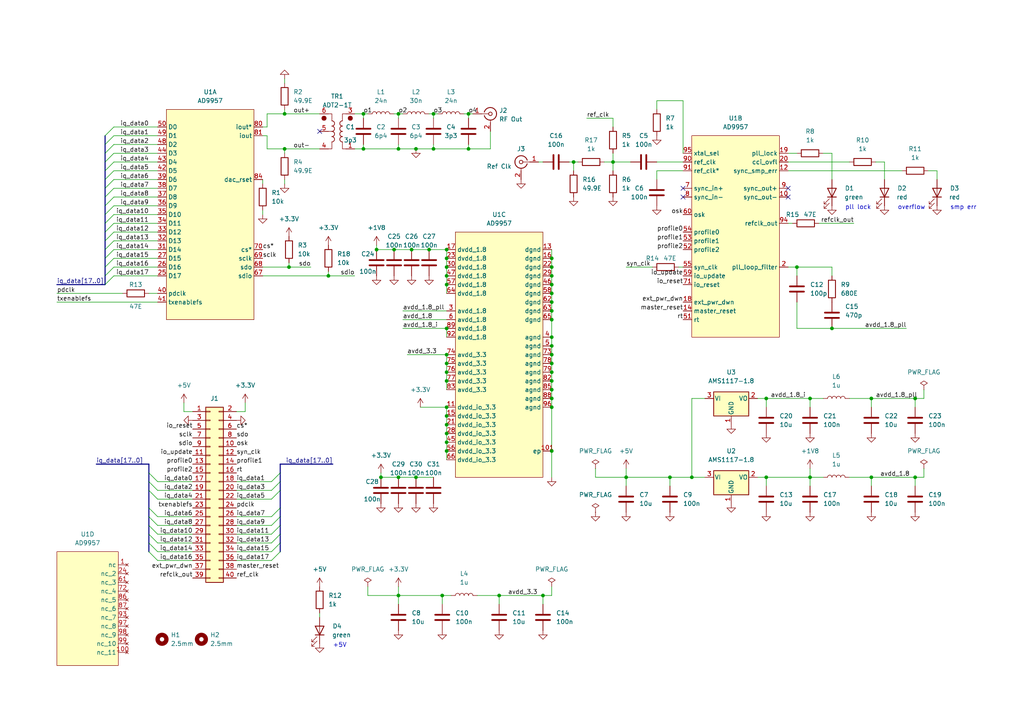
<source format=kicad_sch>
(kicad_sch (version 20211123) (generator eeschema)
  (paper "A4")
  (title_block (title "AD9957 extension module for Z-Turn I/O board") (date "2022-11-25") (rev "Rev: 1.0") (company "S59MZ"))
  (junction (at 129.54 74.93))
  (junction (at 129.54 130.81))
  (junction (at 129.54 77.47))
  (junction (at 120.65 138.43))
  (junction (at 129.54 80.01))
  (junction (at 125.73 43.18))
  (junction (at 160.02 97.79))
  (junction (at 129.54 102.87))
  (junction (at 160.02 74.93))
  (junction (at 125.73 33.02))
  (junction (at 129.54 120.65))
  (junction (at 144.78 172.72))
  (junction (at 194.31 138.43))
  (junction (at 160.02 77.47))
  (junction (at 135.89 33.02))
  (junction (at 115.57 43.18))
  (junction (at 160.02 105.41))
  (junction (at 200.66 138.43))
  (junction (at 129.54 123.19))
  (junction (at 129.54 72.39))
  (junction (at 160.02 82.55))
  (junction (at 241.3 95.25))
  (junction (at 177.8 46.99))
  (junction (at 160.02 107.95))
  (junction (at 109.22 72.39))
  (junction (at 105.41 43.18))
  (junction (at 115.57 138.43))
  (junction (at 129.54 110.49))
  (junction (at 105.41 33.02))
  (junction (at 234.95 138.43))
  (junction (at 129.54 128.27))
  (junction (at 160.02 113.03))
  (junction (at 129.54 107.95))
  (junction (at 114.3 72.39))
  (junction (at 222.25 138.43))
  (junction (at 160.02 102.87))
  (junction (at 252.73 115.57))
  (junction (at 166.37 46.99))
  (junction (at 160.02 90.17))
  (junction (at 82.55 43.18))
  (junction (at 222.25 115.57))
  (junction (at 83.82 77.47))
  (junction (at 231.14 77.47))
  (junction (at 157.48 172.72))
  (junction (at 234.95 115.57))
  (junction (at 95.25 80.01))
  (junction (at 160.02 100.33))
  (junction (at 128.27 172.72))
  (junction (at 265.43 115.57))
  (junction (at 129.54 125.73))
  (junction (at 129.54 105.41))
  (junction (at 110.49 138.43))
  (junction (at 160.02 85.09))
  (junction (at 252.73 138.43))
  (junction (at 160.02 92.71))
  (junction (at 129.54 82.55))
  (junction (at 160.02 87.63))
  (junction (at 119.38 72.39))
  (junction (at 82.55 33.02))
  (junction (at 181.61 138.43))
  (junction (at 160.02 80.01))
  (junction (at 160.02 130.81))
  (junction (at 129.54 118.11))
  (junction (at 160.02 118.11))
  (junction (at 115.57 172.72))
  (junction (at 135.89 43.18))
  (junction (at 265.43 138.43))
  (junction (at 160.02 115.57))
  (junction (at 120.65 43.18))
  (junction (at 160.02 110.49))
  (junction (at 115.57 33.02))
  (junction (at 129.54 95.25))
  (junction (at 124.46 72.39))
  (no_connect (at 92.71 38.1))
  (no_connect (at 228.6 54.61))
  (no_connect (at 198.12 57.15))
  (no_connect (at 228.6 57.15))
  (no_connect (at 198.12 54.61))
  (bus_entry (at 43.18 160.02) (size 2.54 2.54))
  (bus_entry (at 81.28 139.7) (size -2.54 2.54))
  (bus_entry (at 30.48 82.55) (size 2.54 -2.54))
  (bus_entry (at 81.28 137.16) (size -2.54 2.54))
  (bus_entry (at 43.18 142.24) (size 2.54 2.54))
  (bus_entry (at 30.48 46.99) (size 2.54 -2.54))
  (bus_entry (at 43.18 149.86) (size 2.54 2.54))
  (bus_entry (at 30.48 74.93) (size 2.54 -2.54))
  (bus_entry (at 30.48 57.15) (size 2.54 -2.54))
  (bus_entry (at 81.28 142.24) (size -2.54 2.54))
  (bus_entry (at 43.18 152.4) (size 2.54 2.54))
  (bus_entry (at 30.48 62.23) (size 2.54 -2.54))
  (bus_entry (at 81.28 160.02) (size -2.54 2.54))
  (bus_entry (at 30.48 64.77) (size 2.54 -2.54))
  (bus_entry (at 30.48 44.45) (size 2.54 -2.54))
  (bus_entry (at 81.28 149.86) (size -2.54 2.54))
  (bus_entry (at 30.48 69.85) (size 2.54 -2.54))
  (bus_entry (at 30.48 39.37) (size 2.54 -2.54))
  (bus_entry (at 30.48 72.39) (size 2.54 -2.54))
  (bus_entry (at 43.18 147.32) (size 2.54 2.54))
  (bus_entry (at 43.18 137.16) (size 2.54 2.54))
  (bus_entry (at 43.18 157.48) (size 2.54 2.54))
  (bus_entry (at 30.48 67.31) (size 2.54 -2.54))
  (bus_entry (at 81.28 157.48) (size -2.54 2.54))
  (bus_entry (at 81.28 152.4) (size -2.54 2.54))
  (bus_entry (at 30.48 59.69) (size 2.54 -2.54))
  (bus_entry (at 30.48 52.07) (size 2.54 -2.54))
  (bus_entry (at 30.48 41.91) (size 2.54 -2.54))
  (bus_entry (at 30.48 49.53) (size 2.54 -2.54))
  (bus_entry (at 43.18 154.94) (size 2.54 2.54))
  (bus_entry (at 30.48 80.01) (size 2.54 -2.54))
  (bus_entry (at 30.48 54.61) (size 2.54 -2.54))
  (bus_entry (at 43.18 139.7) (size 2.54 2.54))
  (bus_entry (at 30.48 77.47) (size 2.54 -2.54))
  (bus_entry (at 81.28 154.94) (size -2.54 2.54))
  (bus_entry (at 81.28 147.32) (size -2.54 2.54))
  (wire (pts (xy 129.54 123.19) (xy 129.54 120.65)))
  (wire (pts (xy 105.41 41.91) (xy 105.41 43.18)))
  (wire (pts (xy 33.02 74.93) (xy 45.72 74.93)))
  (wire (pts (xy 177.8 46.99) (xy 182.88 46.99)))
  (bus (pts (xy 81.28 142.24) (xy 81.28 147.32)))
  (wire (pts (xy 76.2 36.83) (xy 77.47 36.83)))
  (wire (pts (xy 241.3 95.25) (xy 262.89 95.25)))
  (wire (pts (xy 45.72 139.7) (xy 55.88 139.7)))
  (wire (pts (xy 115.57 172.72) (xy 115.57 175.26)))
  (bus (pts (xy 81.28 157.48) (xy 81.28 160.02)))
  (wire (pts (xy 252.73 138.43) (xy 265.43 138.43)))
  (wire (pts (xy 160.02 97.79) (xy 160.02 100.33)))
  (wire (pts (xy 82.55 43.18) (xy 82.55 44.45)))
  (wire (pts (xy 252.73 115.57) (xy 252.73 118.11)))
  (wire (pts (xy 116.84 95.25) (xy 129.54 95.25)))
  (wire (pts (xy 33.02 72.39) (xy 45.72 72.39)))
  (wire (pts (xy 190.5 52.07) (xy 190.5 49.53)))
  (bus (pts (xy 30.48 57.15) (xy 30.48 59.69)))
  (wire (pts (xy 129.54 80.01) (xy 129.54 77.47)))
  (wire (pts (xy 222.25 138.43) (xy 222.25 140.97)))
  (wire (pts (xy 165.1 46.99) (xy 166.37 46.99)))
  (bus (pts (xy 30.48 62.23) (xy 30.48 64.77)))
  (wire (pts (xy 115.57 33.02) (xy 115.57 34.29)))
  (wire (pts (xy 68.58 160.02) (xy 78.74 160.02)))
  (wire (pts (xy 68.58 119.38) (xy 71.12 119.38)))
  (wire (pts (xy 119.38 72.39) (xy 124.46 72.39)))
  (wire (pts (xy 129.54 97.79) (xy 129.54 95.25)))
  (wire (pts (xy 234.95 115.57) (xy 238.76 115.57)))
  (wire (pts (xy 128.27 172.72) (xy 130.81 172.72)))
  (wire (pts (xy 166.37 49.53) (xy 166.37 46.99)))
  (bus (pts (xy 43.18 134.62) (xy 43.18 137.16)))
  (wire (pts (xy 45.72 144.78) (xy 55.88 144.78)))
  (wire (pts (xy 115.57 170.18) (xy 115.57 172.72)))
  (wire (pts (xy 129.54 128.27) (xy 129.54 125.73)))
  (wire (pts (xy 172.72 138.43) (xy 181.61 138.43)))
  (wire (pts (xy 241.3 77.47) (xy 241.3 80.01)))
  (wire (pts (xy 265.43 140.97) (xy 265.43 138.43)))
  (bus (pts (xy 81.28 139.7) (xy 81.28 142.24)))
  (wire (pts (xy 33.02 39.37) (xy 45.72 39.37)))
  (wire (pts (xy 269.24 49.53) (xy 271.78 49.53)))
  (wire (pts (xy 271.78 52.07) (xy 271.78 49.53)))
  (wire (pts (xy 190.5 49.53) (xy 198.12 49.53)))
  (bus (pts (xy 43.18 154.94) (xy 43.18 157.48)))
  (bus (pts (xy 81.28 137.16) (xy 81.28 139.7)))
  (wire (pts (xy 68.58 144.78) (xy 78.74 144.78)))
  (bus (pts (xy 30.48 52.07) (xy 30.48 54.61)))
  (wire (pts (xy 68.58 157.48) (xy 78.74 157.48)))
  (bus (pts (xy 30.48 49.53) (xy 30.48 52.07)))
  (wire (pts (xy 109.22 72.39) (xy 114.3 72.39)))
  (wire (pts (xy 77.47 43.18) (xy 82.55 43.18)))
  (bus (pts (xy 16.51 82.55) (xy 30.48 82.55)))
  (wire (pts (xy 129.54 130.81) (xy 129.54 128.27)))
  (wire (pts (xy 160.02 87.63) (xy 160.02 90.17)))
  (wire (pts (xy 231.14 87.63) (xy 231.14 95.25)))
  (wire (pts (xy 77.47 39.37) (xy 77.47 43.18)))
  (wire (pts (xy 229.87 64.77) (xy 228.6 64.77)))
  (wire (pts (xy 128.27 172.72) (xy 115.57 172.72)))
  (wire (pts (xy 45.72 160.02) (xy 55.88 160.02)))
  (wire (pts (xy 241.3 44.45) (xy 241.3 52.07)))
  (wire (pts (xy 234.95 118.11) (xy 234.95 115.57)))
  (wire (pts (xy 160.02 72.39) (xy 160.02 74.93)))
  (wire (pts (xy 105.41 43.18) (xy 115.57 43.18)))
  (bus (pts (xy 81.28 134.62) (xy 81.28 137.16)))
  (bus (pts (xy 43.18 137.16) (xy 43.18 139.7)))
  (wire (pts (xy 228.6 77.47) (xy 231.14 77.47)))
  (bus (pts (xy 81.28 154.94) (xy 81.28 157.48)))
  (wire (pts (xy 129.54 82.55) (xy 129.54 80.01)))
  (wire (pts (xy 160.02 90.17) (xy 160.02 92.71)))
  (wire (pts (xy 198.12 44.45) (xy 198.12 29.21)))
  (wire (pts (xy 142.24 43.18) (xy 135.89 43.18)))
  (wire (pts (xy 129.54 85.09) (xy 129.54 82.55)))
  (wire (pts (xy 160.02 170.18) (xy 160.02 172.72)))
  (wire (pts (xy 157.48 46.99) (xy 156.21 46.99)))
  (wire (pts (xy 160.02 100.33) (xy 160.02 102.87)))
  (wire (pts (xy 231.14 77.47) (xy 231.14 80.01)))
  (wire (pts (xy 106.68 170.18) (xy 106.68 172.72)))
  (bus (pts (xy 30.48 41.91) (xy 30.48 44.45)))
  (wire (pts (xy 157.48 175.26) (xy 157.48 172.72)))
  (wire (pts (xy 254 46.99) (xy 256.54 46.99)))
  (wire (pts (xy 76.2 39.37) (xy 77.47 39.37)))
  (bus (pts (xy 43.18 142.24) (xy 43.18 147.32)))
  (wire (pts (xy 261.62 49.53) (xy 228.6 49.53)))
  (wire (pts (xy 76.2 60.96) (xy 76.2 62.23)))
  (wire (pts (xy 241.3 44.45) (xy 238.76 44.45)))
  (wire (pts (xy 68.58 139.7) (xy 78.74 139.7)))
  (wire (pts (xy 177.8 46.99) (xy 177.8 49.53)))
  (wire (pts (xy 160.02 107.95) (xy 160.02 110.49)))
  (wire (pts (xy 116.84 90.17) (xy 129.54 90.17)))
  (wire (pts (xy 105.41 33.02) (xy 106.68 33.02)))
  (wire (pts (xy 190.5 46.99) (xy 198.12 46.99)))
  (wire (pts (xy 256.54 46.99) (xy 256.54 52.07)))
  (wire (pts (xy 33.02 80.01) (xy 45.72 80.01)))
  (bus (pts (xy 30.48 54.61) (xy 30.48 57.15)))
  (wire (pts (xy 219.71 115.57) (xy 222.25 115.57)))
  (wire (pts (xy 194.31 138.43) (xy 181.61 138.43)))
  (wire (pts (xy 33.02 64.77) (xy 45.72 64.77)))
  (wire (pts (xy 115.57 33.02) (xy 116.84 33.02)))
  (bus (pts (xy 30.48 59.69) (xy 30.48 62.23)))
  (wire (pts (xy 204.47 115.57) (xy 200.66 115.57)))
  (wire (pts (xy 222.25 115.57) (xy 222.25 118.11)))
  (wire (pts (xy 102.87 80.01) (xy 95.25 80.01)))
  (wire (pts (xy 181.61 135.89) (xy 181.61 138.43)))
  (wire (pts (xy 194.31 138.43) (xy 200.66 138.43)))
  (wire (pts (xy 160.02 113.03) (xy 160.02 115.57)))
  (bus (pts (xy 30.48 80.01) (xy 30.48 82.55)))
  (wire (pts (xy 129.54 74.93) (xy 129.54 72.39)))
  (wire (pts (xy 135.89 33.02) (xy 135.89 34.29)))
  (wire (pts (xy 222.25 115.57) (xy 234.95 115.57)))
  (wire (pts (xy 246.38 115.57) (xy 252.73 115.57)))
  (wire (pts (xy 68.58 152.4) (xy 78.74 152.4)))
  (wire (pts (xy 265.43 118.11) (xy 265.43 115.57)))
  (wire (pts (xy 90.17 77.47) (xy 83.82 77.47)))
  (wire (pts (xy 68.58 149.86) (xy 78.74 149.86)))
  (wire (pts (xy 160.02 118.11) (xy 160.02 130.81)))
  (wire (pts (xy 43.18 85.09) (xy 45.72 85.09)))
  (wire (pts (xy 118.11 102.87) (xy 129.54 102.87)))
  (wire (pts (xy 121.92 118.11) (xy 129.54 118.11)))
  (wire (pts (xy 53.34 116.84) (xy 53.34 119.38)))
  (wire (pts (xy 172.72 135.89) (xy 172.72 138.43)))
  (wire (pts (xy 82.55 22.86) (xy 82.55 24.13)))
  (wire (pts (xy 142.24 38.1) (xy 142.24 43.18)))
  (wire (pts (xy 234.95 135.89) (xy 234.95 138.43)))
  (wire (pts (xy 252.73 115.57) (xy 265.43 115.57)))
  (bus (pts (xy 30.48 77.47) (xy 30.48 80.01)))
  (wire (pts (xy 138.43 172.72) (xy 144.78 172.72)))
  (wire (pts (xy 144.78 172.72) (xy 144.78 175.26)))
  (wire (pts (xy 128.27 175.26) (xy 128.27 172.72)))
  (wire (pts (xy 77.47 33.02) (xy 82.55 33.02)))
  (wire (pts (xy 68.58 162.56) (xy 78.74 162.56)))
  (wire (pts (xy 115.57 43.18) (xy 120.65 43.18)))
  (wire (pts (xy 33.02 69.85) (xy 45.72 69.85)))
  (wire (pts (xy 160.02 85.09) (xy 160.02 87.63)))
  (wire (pts (xy 33.02 54.61) (xy 45.72 54.61)))
  (wire (pts (xy 125.73 33.02) (xy 127 33.02)))
  (wire (pts (xy 82.55 31.75) (xy 82.55 33.02)))
  (wire (pts (xy 16.51 87.63) (xy 45.72 87.63)))
  (wire (pts (xy 160.02 105.41) (xy 160.02 107.95)))
  (bus (pts (xy 30.48 64.77) (xy 30.48 67.31)))
  (wire (pts (xy 144.78 172.72) (xy 157.48 172.72)))
  (wire (pts (xy 160.02 82.55) (xy 160.02 85.09)))
  (wire (pts (xy 33.02 77.47) (xy 45.72 77.47)))
  (bus (pts (xy 30.48 74.93) (xy 30.48 77.47)))
  (wire (pts (xy 267.97 115.57) (xy 265.43 115.57)))
  (wire (pts (xy 120.65 43.18) (xy 125.73 43.18)))
  (wire (pts (xy 196.85 77.47) (xy 198.12 77.47)))
  (wire (pts (xy 71.12 119.38) (xy 71.12 116.84)))
  (wire (pts (xy 231.14 77.47) (xy 241.3 77.47)))
  (wire (pts (xy 160.02 77.47) (xy 160.02 80.01)))
  (wire (pts (xy 222.25 138.43) (xy 234.95 138.43)))
  (bus (pts (xy 43.18 157.48) (xy 43.18 160.02)))
  (wire (pts (xy 33.02 46.99) (xy 45.72 46.99)))
  (wire (pts (xy 177.8 44.45) (xy 177.8 46.99)))
  (wire (pts (xy 267.97 135.89) (xy 267.97 138.43)))
  (wire (pts (xy 175.26 46.99) (xy 177.8 46.99)))
  (wire (pts (xy 135.89 41.91) (xy 135.89 43.18)))
  (wire (pts (xy 33.02 52.07) (xy 45.72 52.07)))
  (wire (pts (xy 33.02 57.15) (xy 45.72 57.15)))
  (wire (pts (xy 76.2 80.01) (xy 95.25 80.01)))
  (wire (pts (xy 45.72 149.86) (xy 55.88 149.86)))
  (bus (pts (xy 43.18 134.62) (xy 27.94 134.62)))
  (wire (pts (xy 110.49 137.16) (xy 110.49 138.43)))
  (wire (pts (xy 115.57 41.91) (xy 115.57 43.18)))
  (wire (pts (xy 45.72 142.24) (xy 55.88 142.24)))
  (wire (pts (xy 166.37 46.99) (xy 167.64 46.99)))
  (wire (pts (xy 234.95 138.43) (xy 238.76 138.43)))
  (wire (pts (xy 267.97 113.03) (xy 267.97 115.57)))
  (wire (pts (xy 170.18 34.29) (xy 177.8 34.29)))
  (wire (pts (xy 82.55 33.02) (xy 92.71 33.02)))
  (bus (pts (xy 30.48 67.31) (xy 30.48 69.85)))
  (wire (pts (xy 267.97 138.43) (xy 265.43 138.43)))
  (wire (pts (xy 82.55 52.07) (xy 82.55 53.34)))
  (wire (pts (xy 125.73 41.91) (xy 125.73 43.18)))
  (wire (pts (xy 33.02 59.69) (xy 45.72 59.69)))
  (wire (pts (xy 45.72 162.56) (xy 55.88 162.56)))
  (bus (pts (xy 81.28 149.86) (xy 81.28 152.4)))
  (wire (pts (xy 125.73 33.02) (xy 125.73 34.29)))
  (wire (pts (xy 92.71 179.07) (xy 92.71 177.8)))
  (wire (pts (xy 45.72 152.4) (xy 55.88 152.4)))
  (wire (pts (xy 33.02 67.31) (xy 45.72 67.31)))
  (bus (pts (xy 81.28 134.62) (xy 96.52 134.62)))
  (wire (pts (xy 83.82 77.47) (xy 76.2 77.47)))
  (wire (pts (xy 160.02 172.72) (xy 157.48 172.72)))
  (wire (pts (xy 82.55 43.18) (xy 92.71 43.18)))
  (wire (pts (xy 129.54 77.47) (xy 129.54 74.93)))
  (wire (pts (xy 181.61 77.47) (xy 189.23 77.47)))
  (bus (pts (xy 30.48 69.85) (xy 30.48 72.39)))
  (wire (pts (xy 105.41 33.02) (xy 105.41 34.29)))
  (wire (pts (xy 246.38 138.43) (xy 252.73 138.43)))
  (wire (pts (xy 33.02 36.83) (xy 45.72 36.83)))
  (wire (pts (xy 252.73 138.43) (xy 252.73 140.97)))
  (wire (pts (xy 16.51 85.09) (xy 35.56 85.09)))
  (wire (pts (xy 177.8 34.29) (xy 177.8 36.83)))
  (wire (pts (xy 234.95 140.97) (xy 234.95 138.43)))
  (wire (pts (xy 33.02 44.45) (xy 45.72 44.45)))
  (bus (pts (xy 30.48 44.45) (xy 30.48 46.99)))
  (wire (pts (xy 68.58 154.94) (xy 78.74 154.94)))
  (wire (pts (xy 134.62 33.02) (xy 135.89 33.02)))
  (wire (pts (xy 129.54 125.73) (xy 129.54 123.19)))
  (wire (pts (xy 124.46 72.39) (xy 129.54 72.39)))
  (wire (pts (xy 95.25 78.74) (xy 95.25 80.01)))
  (wire (pts (xy 116.84 92.71) (xy 129.54 92.71)))
  (wire (pts (xy 125.73 43.18) (xy 135.89 43.18)))
  (wire (pts (xy 129.54 113.03) (xy 129.54 110.49)))
  (wire (pts (xy 129.54 105.41) (xy 129.54 102.87)))
  (wire (pts (xy 190.5 29.21) (xy 198.12 29.21)))
  (wire (pts (xy 114.3 33.02) (xy 115.57 33.02)))
  (wire (pts (xy 33.02 62.23) (xy 45.72 62.23)))
  (bus (pts (xy 81.28 152.4) (xy 81.28 154.94)))
  (wire (pts (xy 246.38 46.99) (xy 228.6 46.99)))
  (wire (pts (xy 33.02 49.53) (xy 45.72 49.53)))
  (bus (pts (xy 43.18 152.4) (xy 43.18 154.94)))
  (wire (pts (xy 160.02 130.81) (xy 160.02 138.43)))
  (wire (pts (xy 129.54 120.65) (xy 129.54 118.11)))
  (bus (pts (xy 30.48 39.37) (xy 30.48 41.91)))
  (wire (pts (xy 231.14 95.25) (xy 241.3 95.25)))
  (wire (pts (xy 77.47 33.02) (xy 77.47 36.83)))
  (wire (pts (xy 120.65 138.43) (xy 125.73 138.43)))
  (wire (pts (xy 102.87 43.18) (xy 105.41 43.18)))
  (wire (pts (xy 190.5 29.21) (xy 190.5 31.75)))
  (bus (pts (xy 43.18 139.7) (xy 43.18 142.24)))
  (wire (pts (xy 109.22 71.12) (xy 109.22 72.39)))
  (wire (pts (xy 231.14 44.45) (xy 228.6 44.45)))
  (wire (pts (xy 181.61 138.43) (xy 181.61 140.97)))
  (wire (pts (xy 68.58 142.24) (xy 78.74 142.24)))
  (wire (pts (xy 135.89 33.02) (xy 137.16 33.02)))
  (wire (pts (xy 53.34 119.38) (xy 55.88 119.38)))
  (wire (pts (xy 160.02 115.57) (xy 160.02 118.11)))
  (wire (pts (xy 33.02 41.91) (xy 45.72 41.91)))
  (wire (pts (xy 247.65 64.77) (xy 237.49 64.77)))
  (wire (pts (xy 114.3 72.39) (xy 119.38 72.39)))
  (wire (pts (xy 106.68 172.72) (xy 115.57 172.72)))
  (wire (pts (xy 160.02 92.71) (xy 160.02 97.79)))
  (wire (pts (xy 160.02 80.01) (xy 160.02 82.55)))
  (wire (pts (xy 129.54 133.35) (xy 129.54 130.81)))
  (wire (pts (xy 102.87 33.02) (xy 105.41 33.02)))
  (wire (pts (xy 129.54 110.49) (xy 129.54 107.95)))
  (wire (pts (xy 83.82 76.2) (xy 83.82 77.47)))
  (wire (pts (xy 160.02 110.49) (xy 160.02 113.03)))
  (wire (pts (xy 129.54 107.95) (xy 129.54 105.41)))
  (wire (pts (xy 45.72 154.94) (xy 55.88 154.94)))
  (wire (pts (xy 115.57 138.43) (xy 120.65 138.43)))
  (bus (pts (xy 43.18 149.86) (xy 43.18 152.4)))
  (wire (pts (xy 219.71 138.43) (xy 222.25 138.43)))
  (bus (pts (xy 30.48 46.99) (xy 30.48 49.53)))
  (wire (pts (xy 194.31 140.97) (xy 194.31 138.43)))
  (wire (pts (xy 45.72 157.48) (xy 55.88 157.48)))
  (bus (pts (xy 30.48 72.39) (xy 30.48 74.93)))
  (bus (pts (xy 81.28 147.32) (xy 81.28 149.86)))
  (wire (pts (xy 124.46 33.02) (xy 125.73 33.02)))
  (wire (pts (xy 160.02 102.87) (xy 160.02 105.41)))
  (wire (pts (xy 200.66 138.43) (xy 204.47 138.43)))
  (wire (pts (xy 160.02 74.93) (xy 160.02 77.47)))
  (wire (pts (xy 110.49 138.43) (xy 115.57 138.43)))
  (wire (pts (xy 200.66 115.57) (xy 200.66 138.43)))
  (bus (pts (xy 43.18 147.32) (xy 43.18 149.86)))
  (wire (pts (xy 76.2 52.07) (xy 76.2 53.34)))
  (text "+5V" (at 96.52 187.96 0) (effects (font (size 1.27 1.27)) (justify left bottom)))
  (text "smp err" (at 275.59 60.96 0) (effects (font (size 1.27 1.27)) (justify left bottom)))
  (text "pll lock" (at 245.11 60.96 0) (effects (font (size 1.27 1.27)) (justify left bottom)))
  (text "overflow" (at 260.35 60.96 0) (effects (font (size 1.27 1.27)) (justify left bottom)))
  (label "master_reset" (at 198.12 90.17 180))
  (label "iq_data2" (at 55.88 142.24 180))
  (label "iq_data16" (at 55.88 162.56 180))
  (label "iq_data6" (at 55.88 149.86 180))
  (label "iq_data13" (at 43.18 69.85 180))
  (label "iq_data9" (at 68.58 152.4 0))
  (label "osk" (at 68.58 129.54 0))
  (label "io_update" (at 198.12 80.01 180))
  (label "sclk" (at 55.88 127 180))
  (label "iq_data4" (at 43.18 46.99 180))
  (label "iq_data7" (at 68.58 149.86 0))
  (label "master_reset" (at 68.58 165.1 0))
  (label "iq_data2" (at 43.18 41.91 180))
  (label "syn_clk" (at 181.61 77.47 0))
  (label "pdclk" (at 16.51 85.09 0))
  (label "refclk_out" (at 55.88 167.64 180))
  (label "iq_data14" (at 55.88 160.02 180))
  (label "iq_data0" (at 55.88 139.7 180))
  (label "iq_data4" (at 55.88 144.78 180))
  (label "ext_pwr_dwn" (at 198.12 87.63 180))
  (label "profile0" (at 55.88 134.62 180))
  (label "osk" (at 198.12 62.23 180))
  (label "io_update" (at 55.88 132.08 180))
  (label "iq_data15" (at 43.18 74.93 180))
  (label "avdd_1.8" (at 116.84 92.71 0))
  (label "txenablefs" (at 16.51 87.63 0))
  (label "iq_data5" (at 43.18 49.53 180))
  (label "avdd_3.3" (at 147.32 172.72 0))
  (label "io_reset" (at 55.88 124.46 180))
  (label "iq_data5" (at 68.58 144.78 0))
  (label "iq_data3" (at 43.18 44.45 180))
  (label "profile2" (at 198.12 72.39 180))
  (label "txenablefs" (at 55.88 147.32 180))
  (label "iq_data[17..0]" (at 96.52 134.62 180))
  (label "syn_clk" (at 68.58 132.08 0))
  (label "avdd_1.8" (at 255.27 138.43 0))
  (label "avdd_3.3" (at 118.11 102.87 0))
  (label "iq_data0" (at 43.18 36.83 180))
  (label "iq_data12" (at 43.18 67.31 180))
  (label "rt" (at 198.12 92.71 180))
  (label "refclk_out" (at 247.65 64.77 180))
  (label "out-" (at 85.09 43.18 0))
  (label "cs*" (at 76.2 72.39 0))
  (label "iq_data17" (at 43.18 80.01 180))
  (label "ref_clk" (at 68.58 167.64 0))
  (label "ref_clk" (at 170.18 34.29 0))
  (label "avdd_1.8_pll" (at 254 115.57 0))
  (label "sdio" (at 102.87 80.01 180))
  (label "iq_data8" (at 55.88 152.4 180))
  (label "cs*" (at 68.58 124.46 0))
  (label "sdio" (at 55.88 129.54 180))
  (label "iq_data13" (at 68.58 157.48 0))
  (label "profile1" (at 198.12 69.85 180))
  (label "iq_data11" (at 68.58 154.94 0))
  (label "iq_data9" (at 43.18 59.69 180))
  (label "iq_data14" (at 43.18 72.39 180))
  (label "pdclk" (at 68.58 147.32 0))
  (label "avdd_1.8_i" (at 223.52 115.57 0))
  (label "o3" (at 125.73 33.02 0))
  (label "iq_data16" (at 43.18 77.47 180))
  (label "iq_data1" (at 43.18 39.37 180))
  (label "o4" (at 135.89 33.02 0))
  (label "iq_data6" (at 43.18 52.07 180))
  (label "rt" (at 68.58 137.16 0))
  (label "iq_data1" (at 68.58 139.7 0))
  (label "iq_data12" (at 55.88 157.48 180))
  (label "iq_data10" (at 55.88 154.94 180))
  (label "out+" (at 85.09 33.02 0))
  (label "iq_data17" (at 68.58 162.56 0))
  (label "profile1" (at 68.58 134.62 0))
  (label "iq_data7" (at 43.18 54.61 180))
  (label "avdd_1.8_i" (at 116.84 95.25 0))
  (label "iq_data11" (at 43.18 64.77 180))
  (label "o2" (at 115.57 33.02 0))
  (label "avdd_1.8_pll" (at 262.89 95.25 180))
  (label "sdo" (at 90.17 77.47 180))
  (label "ext_pwr_dwn" (at 55.88 165.1 180))
  (label "iq_data3" (at 68.58 142.24 0))
  (label "profile0" (at 198.12 67.31 180))
  (label "avdd_1.8_pll" (at 116.84 90.17 0))
  (label "iq_data10" (at 43.18 62.23 180))
  (label "profile2" (at 55.88 137.16 180))
  (label "sclk" (at 76.2 74.93 0))
  (label "sdo" (at 68.58 127 0))
  (label "iq_data8" (at 43.18 57.15 180))
  (label "o1" (at 105.41 33.02 0))
  (label "iq_data15" (at 68.58 160.02 0))
  (label "iq_data[17..0]" (at 16.51 82.55 0))
  (label "io_reset" (at 198.12 82.55 180))
  (label "iq_data[17..0]" (at 27.94 134.62 0))
  (symbol (lib_id "Device:C") (at 222.25 144.78 0) (unit 1)
    (property "Reference" "C13" (at 226.06 143.5099 0) (effects (justify left)))
    (property "Value" "10u" (at 226.06 146.0499 0) (effects (justify left)))
    (property "Footprint" "Capacitor_SMD:C_0603_1608Metric_Pad1.08x0.95mm_HandSolder" (effects hide))
  )
  (symbol (lib_id "power:GND") (at 265.43 125.73 0) (unit 1)
    (property "Reference" "#PWR0105" (effects hide))
    (property "Value" "GND" (effects hide))
  )
  (symbol (lib_id "Device:R") (at 177.8 40.64 0) (unit 1)
    (property "Reference" "R5" (at 180.34 39.3699 0) (effects (justify left)))
    (property "Value" "1k" (at 180.34 41.9099 0) (effects (justify left)))
    (property "Footprint" "Resistor_SMD:R_0603_1608Metric_Pad0.98x0.95mm_HandSolder" (effects hide))
  )
  (symbol (lib_id "Mechanical:MountingHole") (at 46.99 185.42 0) (unit 1)
    (property "Reference" "H1" (at 49.53 184.1499 0) (effects (justify left)))
    (property "Value" "2.5mm" (at 49.53 186.6899 0) (effects (justify left)))
    (property "Footprint" "MountingHole:MountingHole_2.5mm" (effects hide))
  )
  (symbol (lib_id "Device:C") (at 119.38 76.2 180) (unit 1)
    (property "Reference" "C26" (at 119.38 68.58 0))
    (property "Value" "100n" (at 119.38 71.12 0))
    (property "Footprint" "Capacitor_SMD:C_0603_1608Metric_Pad1.08x0.95mm_HandSolder" (effects hide))
  )
  (symbol (lib_id "power:GND") (at 252.73 148.59 0) (unit 1)
    (property "Reference" "#PWR031" (effects hide))
    (property "Value" "GND" (effects hide))
  )
  (symbol (lib_id "Device:C") (at 186.69 46.99 90) (unit 1)
    (property "Reference" "C5" (at 186.69 39.37 90))
    (property "Value" "100n" (at 186.69 41.91 90))
    (property "Footprint" "Capacitor_SMD:C_0603_1608Metric_Pad1.08x0.95mm_HandSolder" (effects hide))
  )
  (symbol (lib_id "power:GND") (at 119.38 80.01 0) (unit 1)
    (property "Reference" "#PWR040" (effects hide))
    (property "Value" "GND" (effects hide))
  )
  (symbol (lib_id "power:GND") (at 252.73 125.73 0) (unit 1)
    (property "Reference" "#PWR0104" (effects hide))
    (property "Value" "GND" (effects hide))
  )
  (symbol (lib_id "Transformer:ADT2-1T") (at 97.79 38.1 0) (mirror y) (unit 1)
    (property "Reference" "TR1" (at 97.79 27.94 0))
    (property "Value" "ADT2-1T" (at 97.79 30.48 0))
    (property "Footprint" "RF_Mini-Circuits:Mini-Circuits_CD542_H2.84mm" (effects hide))
    (property "Datasheet" "https://www.minicircuits.com/pdfs/ADT2-1T+.pdf" (effects hide))
  )
  (symbol (lib_id "power:GND") (at 265.43 148.59 0) (unit 1)
    (property "Reference" "#PWR033" (effects hide))
    (property "Value" "GND" (effects hide))
  )
  (symbol (lib_id "power:+1V8") (at 234.95 135.89 0) (unit 1)
    (property "Reference" "#PWR028" (effects hide))
    (property "Value" "+1V8" (at 234.95 130.81 0))
  )
  (symbol (lib_id "power:GND") (at 125.73 146.05 0) (unit 1)
    (property "Reference" "#PWR046" (effects hide))
    (property "Value" "GND" (effects hide))
  )
  (symbol (lib_id "Device:R") (at 76.2 57.15 0) (unit 1)
    (property "Reference" "R1" (at 78.74 55.8799 0) (effects (justify left)))
    (property "Value" "10k" (at 78.74 58.4199 0) (effects (justify left)))
    (property "Footprint" "Resistor_SMD:R_0603_1608Metric_Pad0.98x0.95mm_HandSolder" (effects hide))
  )
  (symbol (lib_id "Device:R") (at 83.82 72.39 0) (unit 1)
    (property "Reference" "R3" (at 86.36 71.1199 0) (effects (justify left)))
    (property "Value" "10k" (at 86.36 73.6599 0) (effects (justify left)))
    (property "Footprint" "Resistor_SMD:R_0603_1608Metric_Pad0.98x0.95mm_HandSolder" (effects hide))
  )
  (symbol (lib_id "power:+3.3V") (at 95.25 71.12 0) (unit 1)
    (property "Reference" "#PWR037" (effects hide))
    (property "Value" "+3.3V" (at 95.25 66.04 0))
  )
  (symbol (lib_id "Regulator_Linear:AMS1117-1.8") (at 212.09 115.57 0) (unit 1)
    (property "Reference" "U3" (at 212.09 107.95 0))
    (property "Value" "AMS1117-1.8" (at 212.09 110.49 0))
    (property "Footprint" "Package_TO_SOT_SMD:SOT-223-3_TabPin2" (effects hide))
    (property "Datasheet" "http://www.advanced-monolithic.com/pdf/ds1117.pdf" (effects hide))
  )
  (symbol (lib_id "Device:C") (at 194.31 144.78 0) (unit 1)
    (property "Reference" "C9" (at 198.12 143.5099 0) (effects (justify left)))
    (property "Value" "100n" (at 198.12 146.0499 0) (effects (justify left)))
    (property "Footprint" "Capacitor_SMD:C_0603_1608Metric_Pad1.08x0.95mm_HandSolder" (effects hide))
  )
  (symbol (lib_id "power:GND") (at 124.46 80.01 0) (unit 1)
    (property "Reference" "#PWR041" (effects hide))
    (property "Value" "GND" (effects hide))
  )
  (symbol (lib_id "power:GND") (at 120.65 43.18 0) (unit 1)
    (property "Reference" "#PWR011" (effects hide))
    (property "Value" "GND" (effects hide))
  )
  (symbol (lib_id "Device:C") (at 241.3 91.44 0) (unit 1)
    (property "Reference" "C15" (at 245.11 88.9 0) (effects (justify left)))
    (property "Value" "470p" (at 245.11 91.44 0) (effects (justify left)))
    (property "Footprint" "Capacitor_SMD:C_0603_1608Metric_Pad1.08x0.95mm_HandSolder" (effects hide))
  )
  (symbol (lib_id "Device:C") (at 115.57 38.1 180) (unit 1)
    (property "Reference" "C2" (at 110.49 36.83 0))
    (property "Value" "6p4" (at 110.49 39.37 0))
    (property "Footprint" "Capacitor_SMD:C_0603_1608Metric_Pad1.08x0.95mm_HandSolder" (effects hide))
  )
  (symbol (lib_name "AD9957_2") (lib_id "adc:AD9957") (at 144.78 67.31 0) (unit 3)
    (property "Reference" "U1" (at 144.78 62.23 0))
    (property "Value" "AD9957" (at 144.78 64.77 0))
    (property "Footprint" "Package_QFP:TQFP-100-1EP_14x14mm_P0.5mm_EP5x5mm" (effects hide))
  )
  (symbol (lib_id "power:+5V") (at 181.61 135.89 0) (unit 1)
    (property "Reference" "#PWR016" (effects hide))
    (property "Value" "+5V" (at 181.61 130.81 0))
  )
  (symbol (lib_id "Device:R") (at 241.3 83.82 0) (unit 1)
    (property "Reference" "R9" (at 243.84 82.5499 0) (effects (justify left)))
    (property "Value" "680E" (at 243.84 85.0899 0) (effects (justify left)))
    (property "Footprint" "Resistor_SMD:R_0603_1608Metric_Pad0.98x0.95mm_HandSolder" (effects hide))
  )
  (symbol (lib_id "power:GND") (at 55.88 121.92 270) (mirror x) (unit 1)
    (property "Reference" "#PWR02" (effects hide))
    (property "Value" "GND" (effects hide))
  )
  (symbol (lib_id "power:PWR_FLAG") (at 267.97 135.89 0) (unit 1)
    (property "Reference" "#FLG0105" (effects hide))
    (property "Value" "PWR_FLAG" (at 267.97 130.81 0))
  )
  (symbol (lib_id "Device:C") (at 124.46 76.2 180) (unit 1)
    (property "Reference" "C27" (at 124.46 68.58 0))
    (property "Value" "100n" (at 124.46 71.12 0))
    (property "Footprint" "Capacitor_SMD:C_0603_1608Metric_Pad1.08x0.95mm_HandSolder" (effects hide))
  )
  (symbol (lib_id "power:+3.3V") (at 115.57 170.18 0) (unit 1)
    (property "Reference" "#PWR018" (effects hide))
    (property "Value" "+3.3V" (at 115.57 165.1 0))
  )
  (symbol (lib_id "power:GND") (at 222.25 148.59 0) (unit 1)
    (property "Reference" "#PWR024" (effects hide))
    (property "Value" "GND" (effects hide))
  )
  (symbol (lib_id "Device:R") (at 193.04 77.47 90) (unit 1)
    (property "Reference" "R14" (at 189.23 74.93 90))
    (property "Value" "47E" (at 194.31 74.93 90))
    (property "Footprint" "Resistor_SMD:R_0603_1608Metric_Pad0.98x0.95mm_HandSolder" (effects hide))
  )
  (symbol (lib_id "power:PWR_FLAG") (at 172.72 135.89 0) (unit 1)
    (property "Reference" "#FLG0101" (effects hide))
    (property "Value" "PWR_FLAG" (at 172.72 130.81 0))
  )
  (symbol (lib_id "power:+3.3V") (at 83.82 68.58 0) (unit 1)
    (property "Reference" "#PWR036" (effects hide))
    (property "Value" "+3.3V" (at 83.82 63.5 0))
  )
  (symbol (lib_id "Connector:Conn_Coaxial") (at 151.13 46.99 0) (mirror y) (unit 1)
    (property "Reference" "J3" (at 151.13 43.18 0))
    (property "Value" "Ref Clk" (at 144.78 48.26 0))
    (property "Footprint" "Connector_Coaxial:SMA_Amphenol_132291_Vertical" (effects hide))
    (property "Datasheet" " ~" (effects hide))
  )
  (symbol (lib_id "power:GND") (at 190.5 39.37 0) (unit 1)
    (property "Reference" "#PWR014" (effects hide))
    (property "Value" "GND" (effects hide))
  )
  (symbol (lib_id "Device:LED") (at 241.3 55.88 270) (mirror x) (unit 1)
    (property "Reference" "D1" (at 246.38 54.61 90))
    (property "Value" "green" (at 247.65 57.15 90))
    (property "Footprint" "LED_SMD:LED_0603_1608Metric_Pad1.05x0.95mm_HandSolder" (effects hide))
  )
  (symbol (lib_id "power:GND") (at 234.95 125.73 0) (unit 1)
    (property "Reference" "#PWR0106" (effects hide))
    (property "Value" "GND" (effects hide))
  )
  (symbol (lib_id "power:PWR_FLAG") (at 267.97 113.03 0) (unit 1)
    (property "Reference" "#FLG0106" (effects hide))
    (property "Value" "PWR_FLAG" (at 267.97 107.95 0))
  )
  (symbol (lib_id "Device:C") (at 120.65 142.24 180) (unit 1)
    (property "Reference" "C30" (at 120.65 134.62 0))
    (property "Value" "100n" (at 120.65 137.16 0))
    (property "Footprint" "Capacitor_SMD:C_0603_1608Metric_Pad1.08x0.95mm_HandSolder" (effects hide))
  )
  (symbol (lib_id "power:GND") (at 82.55 22.86 180) (unit 1)
    (property "Reference" "#PWR06" (effects hide))
    (property "Value" "GND" (effects hide))
  )
  (symbol (lib_id "Device:C") (at 190.5 55.88 180) (unit 1)
    (property "Reference" "C6" (at 185.42 54.61 0))
    (property "Value" "100n" (at 185.42 57.15 0))
    (property "Footprint" "Capacitor_SMD:C_0603_1608Metric_Pad1.08x0.95mm_HandSolder" (effects hide))
  )
  (symbol (lib_id "Device:C") (at 265.43 144.78 0) (unit 1)
    (property "Reference" "C19" (at 269.24 143.5099 0) (effects (justify left)))
    (property "Value" "100n" (at 269.24 146.0499 0) (effects (justify left)))
    (property "Footprint" "Capacitor_SMD:C_0603_1608Metric_Pad1.08x0.95mm_HandSolder" (effects hide))
  )
  (symbol (lib_id "Device:C") (at 252.73 121.92 0) (unit 1)
    (property "Reference" "C22" (at 256.54 120.6499 0) (effects (justify left)))
    (property "Value" "10u" (at 256.54 123.1899 0) (effects (justify left)))
    (property "Footprint" "Capacitor_SMD:C_0603_1608Metric_Pad1.08x0.95mm_HandSolder" (effects hide))
  )
  (symbol (lib_id "power:GND") (at 115.57 182.88 0) (unit 1)
    (property "Reference" "#PWR019" (effects hide))
    (property "Value" "GND" (effects hide))
  )
  (symbol (lib_id "power:PWR_FLAG") (at 106.68 170.18 0) (unit 1)
    (property "Reference" "#FLG0104" (effects hide))
    (property "Value" "PWR_FLAG" (at 106.68 165.1 0))
  )
  (symbol (lib_id "Device:L") (at 242.57 138.43 90) (unit 1)
    (property "Reference" "L5" (at 242.57 132.08 90))
    (property "Value" "1u" (at 242.57 134.62 90))
    (property "Footprint" "Inductor_SMD:L_1206_3216Metric_Pad1.22x1.90mm_HandSolder" (effects hide))
  )
  (symbol (lib_id "Device:C") (at 231.14 83.82 0) (unit 1)
    (property "Reference" "C12" (at 234.95 82.5499 0) (effects (justify left)))
    (property "Value" "100p" (at 234.95 85.0899 0) (effects (justify left)))
    (property "Footprint" "Capacitor_SMD:C_0603_1608Metric_Pad1.08x0.95mm_HandSolder" (effects hide))
  )
  (symbol (lib_id "Device:C") (at 125.73 38.1 180) (unit 1)
    (property "Reference" "C3" (at 120.65 36.83 0))
    (property "Value" "6p4" (at 120.65 39.37 0))
    (property "Footprint" "Capacitor_SMD:C_0603_1608Metric_Pad1.08x0.95mm_HandSolder" (effects hide))
  )
  (symbol (lib_id "Device:L") (at 110.49 33.02 90) (unit 1)
    (property "Reference" "L1" (at 110.49 26.67 90))
    (property "Value" "24n" (at 110.49 29.21 90))
    (property "Footprint" "Inductor_SMD:L_0603_1608Metric_Pad1.05x0.95mm_HandSolder" (effects hide))
  )
  (symbol (lib_id "power:GND") (at 166.37 57.15 0) (unit 1)
    (property "Reference" "#PWR034" (effects hide))
    (property "Value" "GND" (effects hide))
  )
  (symbol (lib_id "Mechanical:MountingHole") (at 58.42 185.42 0) (unit 1)
    (property "Reference" "H2" (at 60.96 184.1499 0) (effects (justify left)))
    (property "Value" "2.5mm" (at 60.96 186.6899 0) (effects (justify left)))
    (property "Footprint" "MountingHole:MountingHole_2.5mm" (effects hide))
  )
  (symbol (lib_id "Device:LED") (at 271.78 55.88 270) (mirror x) (unit 1)
    (property "Reference" "D3" (at 276.86 54.61 90))
    (property "Value" "red" (at 276.86 57.15 90))
    (property "Footprint" "LED_SMD:LED_0603_1608Metric_Pad1.05x0.95mm_HandSolder" (effects hide))
  )
  (symbol (lib_id "power:GND") (at 68.58 121.92 90) (unit 1)
    (property "Reference" "#PWR03" (effects hide))
    (property "Value" "GND" (effects hide))
  )
  (symbol (lib_id "power:GND") (at 151.13 52.07 0) (unit 1)
    (property "Reference" "#PWR027" (effects hide))
    (property "Value" "GND" (effects hide))
  )
  (symbol (lib_id "power:PWR_FLAG") (at 172.72 148.59 0) (unit 1)
    (property "Reference" "#FLG0102" (effects hide))
    (property "Value" "PWR_FLAG" (at 172.72 143.51 0))
  )
  (symbol (lib_id "power:GND") (at 241.3 59.69 0) (unit 1)
    (property "Reference" "#PWR026" (effects hide))
    (property "Value" "GND" (effects hide))
  )
  (symbol (lib_id "power:GND") (at 212.09 123.19 0) (unit 1)
    (property "Reference" "#PWR0103" (effects hide))
    (property "Value" "GND" (effects hide))
  )
  (symbol (lib_id "Connector_Generic:Conn_02x20_Odd_Even") (at 60.96 142.24 0) (unit 1)
    (property "Reference" "J1" (at 62.23 115.57 0))
    (property "Value" "Conn_02x20_Odd_Even" (effects hide))
    (property "Footprint" "Connector_PinSocket_2.54mm:PinSocket_2x20_P2.54mm_Vertical" (effects hide))
  )
  (symbol (lib_id "power:+5V") (at 53.34 116.84 0) (unit 1)
    (property "Reference" "#PWR01" (effects hide))
    (property "Value" "+5V" (at 53.34 111.76 0))
  )
  (symbol (lib_id "Device:C") (at 115.57 179.07 0) (unit 1)
    (property "Reference" "C8" (at 119.38 177.7999 0) (effects (justify left)))
    (property "Value" "10u" (at 119.38 180.3399 0) (effects (justify left)))
    (property "Footprint" "Capacitor_SMD:C_0603_1608Metric_Pad1.08x0.95mm_HandSolder" (effects hide))
  )
  (symbol (lib_id "power:GND") (at 222.25 125.73 0) (unit 1)
    (property "Reference" "#PWR0102" (effects hide))
    (property "Value" "GND" (effects hide))
  )
  (symbol (lib_id "Device:R") (at 95.25 74.93 0) (unit 1)
    (property "Reference" "R18" (at 97.79 73.6599 0) (effects (justify left)))
    (property "Value" "10k" (at 97.79 76.1999 0) (effects (justify left)))
    (property "Footprint" "Resistor_SMD:R_0603_1608Metric_Pad0.98x0.95mm_HandSolder" (effects hide))
  )
  (symbol (lib_id "Device:C") (at 105.41 38.1 180) (unit 1)
    (property "Reference" "C1" (at 101.6 36.83 0))
    (property "Value" "3p3" (at 101.6 40.64 0))
    (property "Footprint" "Capacitor_SMD:C_0603_1608Metric_Pad1.08x0.95mm_HandSolder" (effects hide))
  )
  (symbol (lib_id "power:GND") (at 181.61 148.59 0) (unit 1)
    (property "Reference" "#PWR017" (effects hide))
    (property "Value" "GND" (effects hide))
  )
  (symbol (lib_id "Device:LED") (at 92.71 182.88 270) (mirror x) (unit 1)
    (property "Reference" "D4" (at 97.79 181.61 90))
    (property "Value" "green" (at 99.06 184.15 90))
    (property "Footprint" "LED_SMD:LED_0603_1608Metric_Pad1.05x0.95mm_HandSolder" (effects hide))
  )
  (symbol (lib_id "power:+1V8") (at 109.22 71.12 0) (unit 1)
    (property "Reference" "#PWR09" (effects hide))
    (property "Value" "+1V8" (at 109.22 66.04 0))
  )
  (symbol (lib_id "power:GND") (at 212.09 146.05 0) (unit 1)
    (property "Reference" "#PWR023" (effects hide))
    (property "Value" "GND" (effects hide))
  )
  (symbol (lib_id "Device:R") (at 171.45 46.99 270) (unit 1)
    (property "Reference" "R17" (at 171.45 40.64 90))
    (property "Value" "1k" (at 171.45 43.18 90))
    (property "Footprint" "Resistor_SMD:R_0603_1608Metric_Pad0.98x0.95mm_HandSolder" (effects hide))
  )
  (symbol (lib_id "power:GND") (at 190.5 59.69 0) (unit 1)
    (property "Reference" "#PWR015" (effects hide))
    (property "Value" "GND" (effects hide))
  )
  (symbol (lib_id "Connector:Conn_Coaxial") (at 142.24 33.02 0) (unit 1)
    (property "Reference" "J2" (at 144.78 32.0431 0) (effects (justify left)))
    (property "Value" "RF Out" (at 144.78 34.5831 0) (effects (justify left)))
    (property "Footprint" "Connector_Coaxial:SMA_Amphenol_132291_Vertical" (effects hide))
    (property "Datasheet" " ~" (effects hide))
  )
  (symbol (lib_id "power:GND") (at 76.2 62.23 0) (unit 1)
    (property "Reference" "#PWR05" (effects hide))
    (property "Value" "GND" (effects hide))
  )
  (symbol (lib_id "power:PWR_FLAG") (at 160.02 170.18 0) (unit 1)
    (property "Reference" "#FLG0103" (effects hide))
    (property "Value" "PWR_FLAG" (at 160.02 165.1 0))
  )
  (symbol (lib_id "power:GND") (at 109.22 80.01 0) (unit 1)
    (property "Reference" "#PWR038" (effects hide))
    (property "Value" "GND" (effects hide))
  )
  (symbol (lib_id "Device:C") (at 234.95 121.92 0) (unit 1)
    (property "Reference" "C21" (at 238.76 120.6499 0) (effects (justify left)))
    (property "Value" "100n" (at 238.76 123.1899 0) (effects (justify left)))
    (property "Footprint" "Capacitor_SMD:C_0603_1608Metric_Pad1.08x0.95mm_HandSolder" (effects hide))
  )
  (symbol (lib_id "Device:C") (at 234.95 144.78 0) (unit 1)
    (property "Reference" "C17" (at 238.76 143.5099 0) (effects (justify left)))
    (property "Value" "100n" (at 238.76 146.0499 0) (effects (justify left)))
    (property "Footprint" "Capacitor_SMD:C_0603_1608Metric_Pad1.08x0.95mm_HandSolder" (effects hide))
  )
  (symbol (lib_id "Device:C") (at 110.49 142.24 180) (unit 1)
    (property "Reference" "C28" (at 107.95 139.7 0))
    (property "Value" "100n" (at 107.95 144.78 0))
    (property "Footprint" "Capacitor_SMD:C_0603_1608Metric_Pad1.08x0.95mm_HandSolder" (effects hide))
  )
  (symbol (lib_id "power:GND") (at 160.02 138.43 0) (unit 1)
    (property "Reference" "#PWR012" (effects hide))
    (property "Value" "GND" (effects hide))
  )
  (symbol (lib_id "power:+3.3V") (at 121.92 118.11 0) (unit 1)
    (property "Reference" "#PWR010" (effects hide))
    (property "Value" "+3.3V" (at 121.92 113.03 0))
  )
  (symbol (lib_id "power:GND") (at 172.72 148.59 0) (unit 1)
    (property "Reference" "#PWR0101" (effects hide))
    (property "Value" "GND" (effects hide))
  )
  (symbol (lib_id "power:GND") (at 82.55 53.34 0) (unit 1)
    (property "Reference" "#PWR07" (effects hide))
    (property "Value" "GND" (effects hide))
  )
  (symbol (lib_id "Device:C") (at 125.73 142.24 180) (unit 1)
    (property "Reference" "C31" (at 125.73 134.62 0))
    (property "Value" "100n" (at 125.73 137.16 0))
    (property "Footprint" "Capacitor_SMD:C_0603_1608Metric_Pad1.08x0.95mm_HandSolder" (effects hide))
  )
  (symbol (lib_id "Device:C") (at 181.61 144.78 0) (unit 1)
    (property "Reference" "C7" (at 185.42 143.5099 0) (effects (justify left)))
    (property "Value" "10u" (at 185.42 146.0499 0) (effects (justify left)))
    (property "Footprint" "Capacitor_SMD:C_0603_1608Metric_Pad1.08x0.95mm_HandSolder" (effects hide))
  )
  (symbol (lib_name "AD9957_2") (lib_id "adc:AD9957") (at 25.4 160.02 0) (unit 4)
    (property "Reference" "U1" (at 25.4 154.94 0))
    (property "Value" "AD9957" (at 25.4 157.48 0))
    (property "Footprint" "Package_QFP:TQFP-100-1EP_14x14mm_P0.5mm_EP5x5mm" (effects hide))
  )
  (symbol (lib_id "Device:C") (at 157.48 179.07 0) (unit 1)
    (property "Reference" "C14" (at 161.29 177.7999 0) (effects (justify left)))
    (property "Value" "100n" (at 161.29 180.3399 0) (effects (justify left)))
    (property "Footprint" "Capacitor_SMD:C_0603_1608Metric_Pad1.08x0.95mm_HandSolder" (effects hide))
  )
  (symbol (lib_id "Device:R") (at 82.55 27.94 0) (unit 1)
    (property "Reference" "R2" (at 85.09 26.6699 0) (effects (justify left)))
    (property "Value" "49.9E" (at 85.09 29.2099 0) (effects (justify left)))
    (property "Footprint" "Resistor_SMD:R_0603_1608Metric_Pad0.98x0.95mm_HandSolder" (effects hide))
  )
  (symbol (lib_id "Device:R") (at 82.55 48.26 0) (unit 1)
    (property "Reference" "R4" (at 85.09 46.9899 0) (effects (justify left)))
    (property "Value" "49.9E" (at 85.09 49.5299 0) (effects (justify left)))
    (property "Footprint" "Resistor_SMD:R_0603_1608Metric_Pad0.98x0.95mm_HandSolder" (effects hide))
  )
  (symbol (lib_id "power:GND") (at 194.31 148.59 0) (unit 1)
    (property "Reference" "#PWR020" (effects hide))
    (property "Value" "GND" (effects hide))
  )
  (symbol (lib_name "AD9957_2") (lib_id "adc:AD9957") (at 213.36 39.37 0) (unit 2)
    (property "Reference" "U1" (at 213.36 34.29 0))
    (property "Value" "AD9957" (at 213.36 36.83 0))
    (property "Footprint" "Package_QFP:TQFP-100-1EP_14x14mm_P0.5mm_EP5x5mm" (effects hide))
  )
  (symbol (lib_id "power:GND") (at 110.49 146.05 0) (unit 1)
    (property "Reference" "#PWR043" (effects hide))
    (property "Value" "GND" (effects hide))
  )
  (symbol (lib_id "power:GND") (at 271.78 59.69 0) (unit 1)
    (property "Reference" "#PWR032" (effects hide))
    (property "Value" "GND" (effects hide))
  )
  (symbol (lib_id "Device:C") (at 265.43 121.92 0) (unit 1)
    (property "Reference" "C23" (at 269.24 120.6499 0) (effects (justify left)))
    (property "Value" "100n" (at 269.24 123.1899 0) (effects (justify left)))
    (property "Footprint" "Capacitor_SMD:C_0603_1608Metric_Pad1.08x0.95mm_HandSolder" (effects hide))
  )
  (symbol (lib_id "Regulator_Linear:AMS1117-1.8") (at 212.09 138.43 0) (unit 1)
    (property "Reference" "U2" (at 212.09 130.81 0))
    (property "Value" "AMS1117-1.8" (at 212.09 133.35 0))
    (property "Footprint" "Package_TO_SOT_SMD:TO-252-2" (effects hide))
    (property "Datasheet" "http://www.advanced-monolithic.com/pdf/ds1117.pdf" (effects hide))
  )
  (symbol (lib_id "power:+5V") (at 92.71 170.18 0) (unit 1)
    (property "Reference" "#PWR0107" (effects hide))
    (property "Value" "+5V" (at 92.71 165.1 0))
  )
  (symbol (lib_id "power:GND") (at 177.8 57.15 0) (unit 1)
    (property "Reference" "#PWR013" (effects hide))
    (property "Value" "GND" (effects hide))
  )
  (symbol (lib_id "Device:R") (at 265.43 49.53 90) (unit 1)
    (property "Reference" "R11" (at 265.43 43.18 90))
    (property "Value" "1k" (at 265.43 45.72 90))
    (property "Footprint" "Resistor_SMD:R_0603_1608Metric_Pad0.98x0.95mm_HandSolder" (effects hide))
  )
  (symbol (lib_id "power:GND") (at 115.57 146.05 0) (unit 1)
    (property "Reference" "#PWR044" (effects hide))
    (property "Value" "GND" (effects hide))
  )
  (symbol (lib_id "power:GND") (at 256.54 59.69 0) (unit 1)
    (property "Reference" "#PWR030" (effects hide))
    (property "Value" "GND" (effects hide))
  )
  (symbol (lib_id "power:GND") (at 92.71 186.69 0) (unit 1)
    (property "Reference" "#PWR035" (effects hide))
    (property "Value" "GND" (effects hide))
  )
  (symbol (lib_id "Device:L") (at 242.57 115.57 90) (unit 1)
    (property "Reference" "L6" (at 242.57 109.22 90))
    (property "Value" "1u" (at 242.57 111.76 90))
    (property "Footprint" "Inductor_SMD:L_1206_3216Metric_Pad1.22x1.90mm_HandSolder" (effects hide))
  )
  (symbol (lib_id "Device:LED") (at 256.54 55.88 270) (mirror x) (unit 1)
    (property "Reference" "D2" (at 261.62 54.61 90))
    (property "Value" "red" (at 261.62 57.15 90))
    (property "Footprint" "LED_SMD:LED_0603_1608Metric_Pad1.05x0.95mm_HandSolder" (effects hide))
  )
  (symbol (lib_id "Device:R") (at 234.95 44.45 90) (unit 1)
    (property "Reference" "R8" (at 234.95 38.1 90))
    (property "Value" "1k" (at 234.95 40.64 90))
    (property "Footprint" "Resistor_SMD:R_0603_1608Metric_Pad0.98x0.95mm_HandSolder" (effects hide))
  )
  (symbol (lib_id "Device:R") (at 233.68 64.77 90) (unit 1) (in_bom no)
    (property "Reference" "R15" (at 229.87 62.23 90))
    (property "Value" "47E" (at 234.95 62.23 90))
    (property "Footprint" "Resistor_SMD:R_0603_1608Metric_Pad0.98x0.95mm_HandSolder" (effects hide))
  )
  (symbol (lib_id "Device:L") (at 134.62 172.72 90) (unit 1)
    (property "Reference" "L4" (at 134.62 166.37 90))
    (property "Value" "1u" (at 134.62 168.91 90))
    (property "Footprint" "Inductor_SMD:L_1206_3216Metric_Pad1.22x1.90mm_HandSolder" (effects hide))
  )
  (symbol (lib_id "Device:C") (at 128.27 179.07 0) (unit 1)
    (property "Reference" "C10" (at 132.08 177.7999 0) (effects (justify left)))
    (property "Value" "100n" (at 132.08 180.3399 0) (effects (justify left)))
    (property "Footprint" "Capacitor_SMD:C_0603_1608Metric_Pad1.08x0.95mm_HandSolder" (effects hide))
  )
  (symbol (lib_id "Device:C") (at 222.25 121.92 0) (unit 1)
    (property "Reference" "C20" (at 226.06 120.6499 0) (effects (justify left)))
    (property "Value" "10u" (at 226.06 123.1899 0) (effects (justify left)))
    (property "Footprint" "Capacitor_SMD:C_0603_1608Metric_Pad1.08x0.95mm_HandSolder" (effects hide))
  )
  (symbol (lib_id "power:GND") (at 234.95 148.59 0) (unit 1)
    (property "Reference" "#PWR029" (effects hide))
    (property "Value" "GND" (effects hide))
  )
  (symbol (lib_id "power:GND") (at 144.78 182.88 0) (unit 1)
    (property "Reference" "#PWR022" (effects hide))
    (property "Value" "GND" (effects hide))
  )
  (symbol (lib_id "Device:C") (at 114.3 76.2 180) (unit 1)
    (property "Reference" "C25" (at 114.3 68.58 0))
    (property "Value" "100n" (at 114.3 71.12 0))
    (property "Footprint" "Capacitor_SMD:C_0603_1608Metric_Pad1.08x0.95mm_HandSolder" (effects hide))
  )
  (symbol (lib_id "power:GND") (at 128.27 182.88 0) (unit 1)
    (property "Reference" "#PWR021" (effects hide))
    (property "Value" "GND" (effects hide))
  )
  (symbol (lib_id "power:GND") (at 120.65 146.05 0) (unit 1)
    (property "Reference" "#PWR045" (effects hide))
    (property "Value" "GND" (effects hide))
  )
  (symbol (lib_id "Device:L") (at 120.65 33.02 90) (unit 1)
    (property "Reference" "L2" (at 120.65 26.67 90))
    (property "Value" "30n" (at 120.65 29.21 90))
    (property "Footprint" "Inductor_SMD:L_0603_1608Metric_Pad1.05x0.95mm_HandSolder" (effects hide))
  )
  (symbol (lib_id "Device:R") (at 39.37 85.09 270) (unit 1)
    (property "Reference" "R13" (at 39.37 82.55 90))
    (property "Value" "47E" (at 39.37 88.9 90))
    (property "Footprint" "Resistor_SMD:R_0603_1608Metric_Pad0.98x0.95mm_HandSolder" (effects hide))
  )
  (symbol (lib_id "Device:C") (at 109.22 76.2 180) (unit 1)
    (property "Reference" "C24" (at 106.68 73.66 0))
    (property "Value" "100n" (at 106.68 78.74 0))
    (property "Footprint" "Capacitor_SMD:C_0603_1608Metric_Pad1.08x0.95mm_HandSolder" (effects hide))
  )
  (symbol (lib_id "Device:R") (at 190.5 35.56 0) (mirror y) (unit 1)
    (property "Reference" "R7" (at 193.04 34.2899 0) (effects (justify right)))
    (property "Value" "1k" (at 193.04 36.8299 0) (effects (justify right)))
    (property "Footprint" "Resistor_SMD:R_0603_1608Metric_Pad0.98x0.95mm_HandSolder" (effects hide))
  )
  (symbol (lib_id "Device:C") (at 161.29 46.99 90) (unit 1)
    (property "Reference" "C16" (at 161.29 39.37 90))
    (property "Value" "100n" (at 161.29 41.91 90))
    (property "Footprint" "Capacitor_SMD:C_0603_1608Metric_Pad1.08x0.95mm_HandSolder" (effects hide))
  )
  (symbol (lib_id "Device:R") (at 166.37 53.34 0) (mirror y) (unit 1)
    (property "Reference" "R16" (at 168.91 52.0699 0) (effects (justify right)))
    (property "Value" "49.9E" (at 168.91 54.6099 0) (effects (justify right)))
    (property "Footprint" "Resistor_SMD:R_0603_1608Metric_Pad0.98x0.95mm_HandSolder" (effects hide))
  )
  (symbol (lib_id "Device:C") (at 135.89 38.1 180) (unit 1)
    (property "Reference" "C4" (at 130.81 36.83 0))
    (property "Value" "3p3" (at 130.81 39.37 0))
    (property "Footprint" "Capacitor_SMD:C_0603_1608Metric_Pad1.08x0.95mm_HandSolder" (effects hide))
  )
  (symbol (lib_id "power:+3.3V") (at 110.49 137.16 0) (unit 1)
    (property "Reference" "#PWR042" (effects hide))
    (property "Value" "+3.3V" (at 110.49 132.08 0))
  )
  (symbol (lib_id "power:GND") (at 114.3 80.01 0) (unit 1)
    (property "Reference" "#PWR039" (effects hide))
    (property "Value" "GND" (effects hide))
  )
  (symbol (lib_id "Device:R") (at 250.19 46.99 90) (unit 1)
    (property "Reference" "R10" (at 250.19 40.64 90))
    (property "Value" "1k" (at 250.19 43.18 90))
    (property "Footprint" "Resistor_SMD:R_0603_1608Metric_Pad0.98x0.95mm_HandSolder" (effects hide))
  )
  (symbol (lib_id "Device:R") (at 177.8 53.34 0) (mirror y) (unit 1)
    (property "Reference" "R6" (at 180.34 52.0699 0) (effects (justify right)))
    (property "Value" "1k" (at 180.34 54.6099 0) (effects (justify right)))
    (property "Footprint" "Resistor_SMD:R_0603_1608Metric_Pad0.98x0.95mm_HandSolder" (effects hide))
  )
  (symbol (lib_id "Device:C") (at 144.78 179.07 0) (unit 1)
    (property "Reference" "C11" (at 148.59 177.7999 0) (effects (justify left)))
    (property "Value" "10u" (at 148.59 180.3399 0) (effects (justify left)))
    (property "Footprint" "Capacitor_SMD:C_0603_1608Metric_Pad1.08x0.95mm_HandSolder" (effects hide))
  )
  (symbol (lib_id "Device:C") (at 252.73 144.78 0) (unit 1)
    (property "Reference" "C18" (at 256.54 143.5099 0) (effects (justify left)))
    (property "Value" "10u" (at 256.54 146.0499 0) (effects (justify left)))
    (property "Footprint" "Capacitor_SMD:C_0603_1608Metric_Pad1.08x0.95mm_HandSolder" (effects hide))
  )
  (symbol (lib_id "power:GND") (at 157.48 182.88 0) (unit 1)
    (property "Reference" "#PWR025" (effects hide))
    (property "Value" "GND" (effects hide))
  )
  (symbol (lib_id "Device:R") (at 92.71 173.99 0) (unit 1)
    (property "Reference" "R12" (at 95.25 172.7199 0) (effects (justify left)))
    (property "Value" "1k" (at 95.25 175.2599 0) (effects (justify left)))
    (property "Footprint" "Resistor_SMD:R_0603_1608Metric_Pad0.98x0.95mm_HandSolder" (effects hide))
  )
  (symbol (lib_id "Device:L") (at 130.81 33.02 90) (unit 1)
    (property "Reference" "L3" (at 130.81 26.67 90))
    (property "Value" "24n" (at 130.81 29.21 90))
    (property "Footprint" "Inductor_SMD:L_0603_1608Metric_Pad1.05x0.95mm_HandSolder" (effects hide))
  )
  (symbol (lib_id "Device:C") (at 115.57 142.24 180) (unit 1)
    (property "Reference" "C29" (at 115.57 134.62 0))
    (property "Value" "100n" (at 115.57 137.16 0))
    (property "Footprint" "Capacitor_SMD:C_0603_1608Metric_Pad1.08x0.95mm_HandSolder" (effects hide))
  )
  (symbol (lib_id "power:+3.3V") (at 71.12 116.84 0) (unit 1)
    (property "Reference" "#PWR04" (effects hide))
    (property "Value" "+3.3V" (at 71.12 111.76 0))
  )
  (symbol (lib_name "AD9957_2") (lib_id "adc:AD9957") (at 60.96 31.75 0) (unit 1)
    (property "Reference" "U1" (at 60.96 26.67 0))
    (property "Value" "AD9957" (at 60.96 29.21 0))
    (property "Footprint" "Package_QFP:TQFP-100-1EP_14x14mm_P0.5mm_EP5x5mm" (effects hide))
  )
)
</source>
